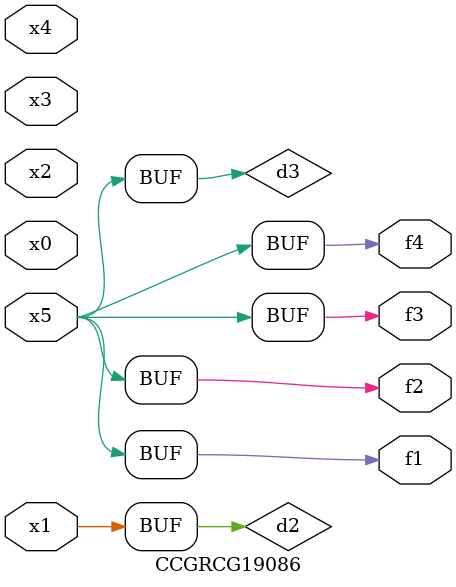
<source format=v>
module CCGRCG19086(
	input x0, x1, x2, x3, x4, x5,
	output f1, f2, f3, f4
);

	wire d1, d2, d3;

	not (d1, x5);
	or (d2, x1);
	xnor (d3, d1);
	assign f1 = d3;
	assign f2 = d3;
	assign f3 = d3;
	assign f4 = d3;
endmodule

</source>
